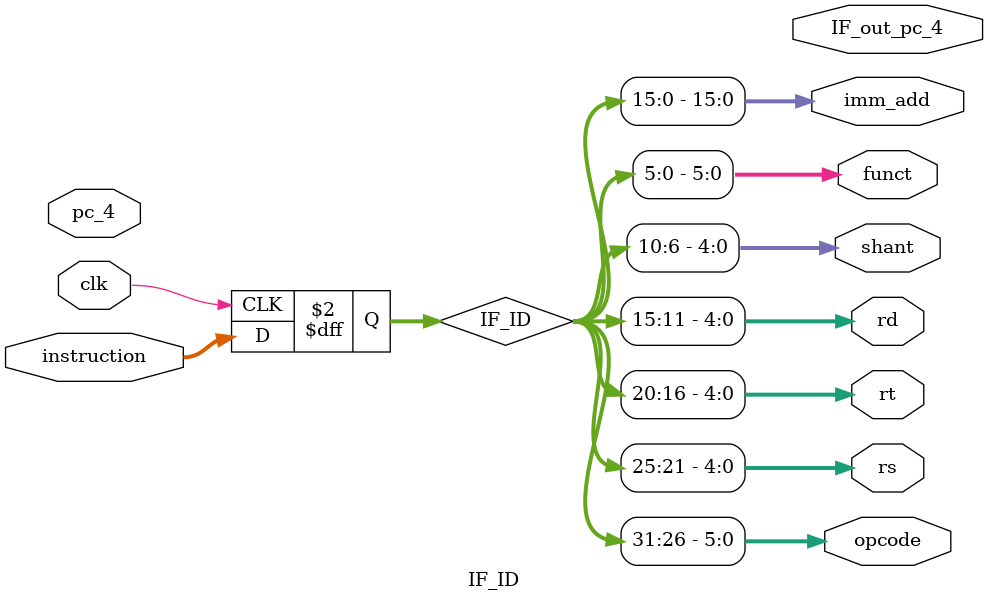
<source format=v>
`timescale 1ns / 1ps


module IF_ID(
input clk,
input [31:0] pc_4,
input [31:0] instruction,
output [31:0] IF_out_pc_4,
output [5:0] opcode,       //output of 6 bit opcode
output [4:0] rs,           
output [4:0] rt,
output [4:0] rd,
output [4:0] shant,
output [5:0] funct,
output [15:0] imm_add
    );
    
    reg [31:0] IF_ID;
    reg [31:0] pc_IF;
    always @(posedge clk)
    begin
    IF_ID <= instruction;
    pc_IF <= pc_4;
    end
    // dividing the bits to decode the instruction
    assign opcode = IF_ID[31:26];
    assign rs = IF_ID[25:21];
    assign rt = IF_ID[20:16];
    assign rd = IF_ID[15:11];
    assign shant = IF_ID[10:6];
    assign funct = IF_ID[5:0];
    assign imm_add = {rd,shant,funct};
    assign IF_pc_4 = pc_IF;
endmodule

</source>
